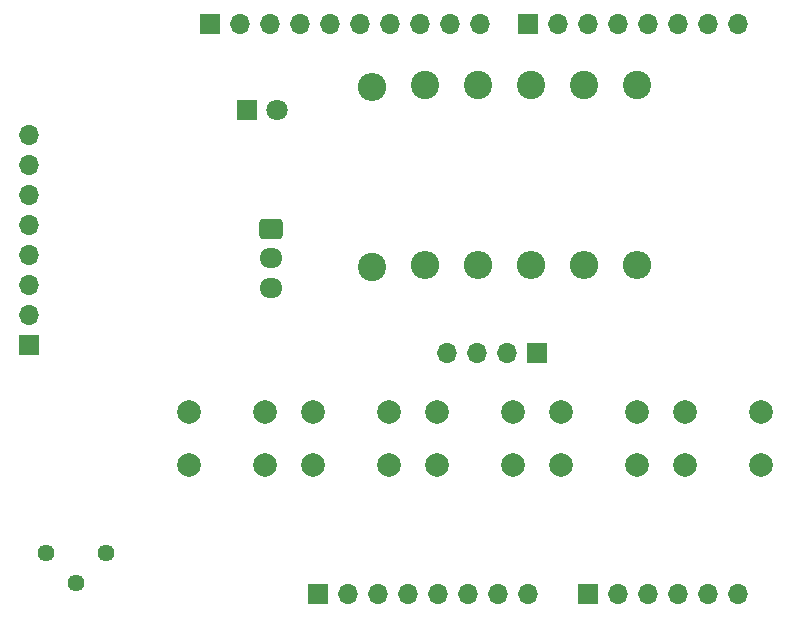
<source format=gbr>
%TF.GenerationSoftware,KiCad,Pcbnew,8.0.8*%
%TF.CreationDate,2025-02-03T17:48:17-07:00*%
%TF.ProjectId,Uno_Shield_ThermoPro,556e6f5f-5368-4696-956c-645f54686572,rev?*%
%TF.SameCoordinates,Original*%
%TF.FileFunction,Soldermask,Bot*%
%TF.FilePolarity,Negative*%
%FSLAX46Y46*%
G04 Gerber Fmt 4.6, Leading zero omitted, Abs format (unit mm)*
G04 Created by KiCad (PCBNEW 8.0.8) date 2025-02-03 17:48:17*
%MOMM*%
%LPD*%
G01*
G04 APERTURE LIST*
G04 Aperture macros list*
%AMRoundRect*
0 Rectangle with rounded corners*
0 $1 Rounding radius*
0 $2 $3 $4 $5 $6 $7 $8 $9 X,Y pos of 4 corners*
0 Add a 4 corners polygon primitive as box body*
4,1,4,$2,$3,$4,$5,$6,$7,$8,$9,$2,$3,0*
0 Add four circle primitives for the rounded corners*
1,1,$1+$1,$2,$3*
1,1,$1+$1,$4,$5*
1,1,$1+$1,$6,$7*
1,1,$1+$1,$8,$9*
0 Add four rect primitives between the rounded corners*
20,1,$1+$1,$2,$3,$4,$5,0*
20,1,$1+$1,$4,$5,$6,$7,0*
20,1,$1+$1,$6,$7,$8,$9,0*
20,1,$1+$1,$8,$9,$2,$3,0*%
G04 Aperture macros list end*
%ADD10R,1.700000X1.700000*%
%ADD11O,1.700000X1.700000*%
%ADD12C,2.000000*%
%ADD13RoundRect,0.250000X-0.725000X0.600000X-0.725000X-0.600000X0.725000X-0.600000X0.725000X0.600000X0*%
%ADD14O,1.950000X1.700000*%
%ADD15R,1.800000X1.800000*%
%ADD16C,1.800000*%
%ADD17C,2.400000*%
%ADD18O,2.400000X2.400000*%
%ADD19C,1.440000*%
G04 APERTURE END LIST*
D10*
%TO.C,J1*%
X127940000Y-97460000D03*
D11*
X130480000Y-97460000D03*
X133020000Y-97460000D03*
X135560000Y-97460000D03*
X138100000Y-97460000D03*
X140640000Y-97460000D03*
X143180000Y-97460000D03*
X145720000Y-97460000D03*
%TD*%
D10*
%TO.C,J3*%
X150800000Y-97460000D03*
D11*
X153340000Y-97460000D03*
X155880000Y-97460000D03*
X158420000Y-97460000D03*
X160960000Y-97460000D03*
X163500000Y-97460000D03*
%TD*%
D10*
%TO.C,J2*%
X118796000Y-49200000D03*
D11*
X121336000Y-49200000D03*
X123876000Y-49200000D03*
X126416000Y-49200000D03*
X128956000Y-49200000D03*
X131496000Y-49200000D03*
X134036000Y-49200000D03*
X136576000Y-49200000D03*
X139116000Y-49200000D03*
X141656000Y-49200000D03*
%TD*%
D10*
%TO.C,J4*%
X145720000Y-49200000D03*
D11*
X148260000Y-49200000D03*
X150800000Y-49200000D03*
X153340000Y-49200000D03*
X155880000Y-49200000D03*
X158420000Y-49200000D03*
X160960000Y-49200000D03*
X163500000Y-49200000D03*
%TD*%
D12*
%TO.C,SW5*%
X117000000Y-82000000D03*
X123500000Y-82000000D03*
X117000000Y-86500000D03*
X123500000Y-86500000D03*
%TD*%
D13*
%TO.C,J7*%
X124000000Y-66500000D03*
D14*
X124000000Y-69000000D03*
X124000000Y-71500000D03*
%TD*%
D15*
%TO.C,D1*%
X121960000Y-56500000D03*
D16*
X124500000Y-56500000D03*
%TD*%
D12*
%TO.C,SW2*%
X148500000Y-82000000D03*
X155000000Y-82000000D03*
X148500000Y-86500000D03*
X155000000Y-86500000D03*
%TD*%
D17*
%TO.C,R1*%
X155000000Y-54380000D03*
D18*
X155000000Y-69620000D03*
%TD*%
D17*
%TO.C,R2*%
X150500000Y-54380000D03*
D18*
X150500000Y-69620000D03*
%TD*%
D12*
%TO.C,SW1*%
X159000000Y-82000000D03*
X165500000Y-82000000D03*
X159000000Y-86500000D03*
X165500000Y-86500000D03*
%TD*%
D10*
%TO.C,J6*%
X146500000Y-77080000D03*
D11*
X143960000Y-77080000D03*
X141420000Y-77080000D03*
X138880000Y-77080000D03*
%TD*%
D17*
%TO.C,R5*%
X137000000Y-54380000D03*
D18*
X137000000Y-69620000D03*
%TD*%
D19*
%TO.C,RV1*%
X104920000Y-94000000D03*
X107460000Y-96540000D03*
X110000000Y-94000000D03*
%TD*%
D10*
%TO.C,J5*%
X103475000Y-76375000D03*
D11*
X103475000Y-73835000D03*
X103475000Y-71295000D03*
X103475000Y-68755000D03*
X103475000Y-66215000D03*
X103475000Y-63675000D03*
X103475000Y-61135000D03*
X103475000Y-58595000D03*
%TD*%
D12*
%TO.C,SW3*%
X138000000Y-82000000D03*
X144500000Y-82000000D03*
X138000000Y-86500000D03*
X144500000Y-86500000D03*
%TD*%
%TO.C,SW4*%
X127500000Y-82000000D03*
X134000000Y-82000000D03*
X127500000Y-86500000D03*
X134000000Y-86500000D03*
%TD*%
D17*
%TO.C,R6*%
X132500000Y-69740000D03*
D18*
X132500000Y-54500000D03*
%TD*%
D17*
%TO.C,R4*%
X141500000Y-54380000D03*
D18*
X141500000Y-69620000D03*
%TD*%
D17*
%TO.C,R3*%
X146000000Y-54380000D03*
D18*
X146000000Y-69620000D03*
%TD*%
M02*

</source>
